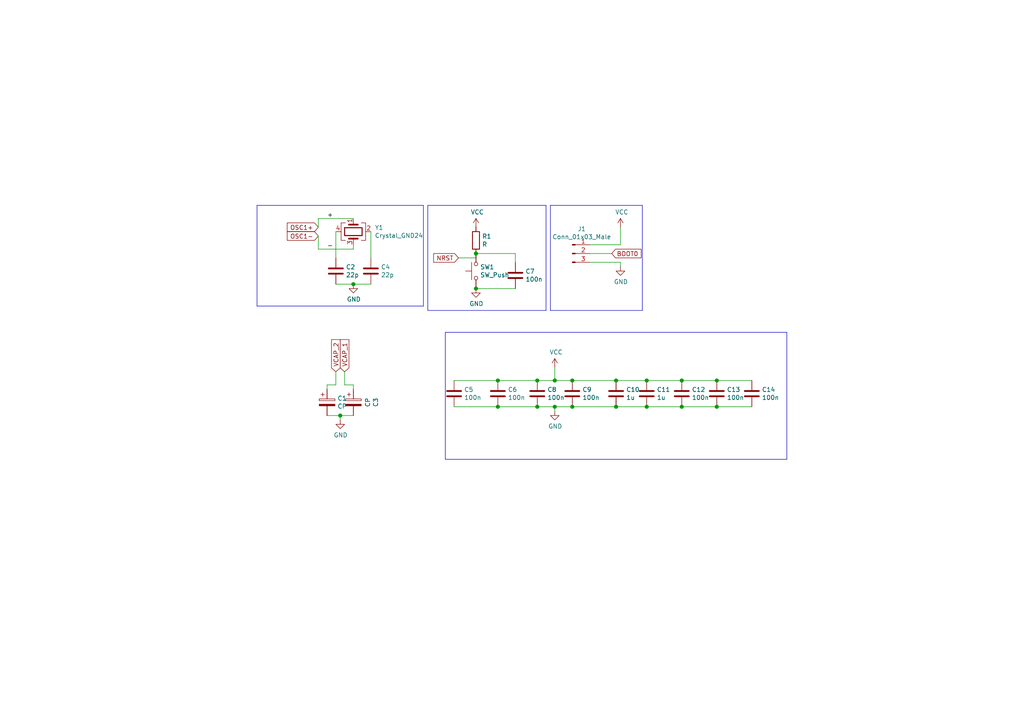
<source format=kicad_sch>
(kicad_sch (version 20200828) (generator eeschema)

  (page 2 11)

  (paper "A4")

  (lib_symbols
    (symbol "Connector:Conn_01x03_Male" (pin_names (offset 1.016) hide) (in_bom yes) (on_board yes)
      (property "Reference" "J" (id 0) (at 0 5.08 0)
        (effects (font (size 1.27 1.27)))
      )
      (property "Value" "Conn_01x03_Male" (id 1) (at 0 -5.08 0)
        (effects (font (size 1.27 1.27)))
      )
      (property "Footprint" "" (id 2) (at 0 0 0)
        (effects (font (size 1.27 1.27)) hide)
      )
      (property "Datasheet" "~" (id 3) (at 0 0 0)
        (effects (font (size 1.27 1.27)) hide)
      )
      (property "ki_keywords" "connector" (id 4) (at 0 0 0)
        (effects (font (size 1.27 1.27)) hide)
      )
      (property "ki_description" "Generic connector, single row, 01x03, script generated (kicad-library-utils/schlib/autogen/connector/)" (id 5) (at 0 0 0)
        (effects (font (size 1.27 1.27)) hide)
      )
      (property "ki_fp_filters" "Connector*:*_1x??_*" (id 6) (at 0 0 0)
        (effects (font (size 1.27 1.27)) hide)
      )
      (symbol "Conn_01x03_Male_1_1"
        (rectangle (start 0.8636 -2.413) (end 0 -2.667)
          (stroke (width 0.1524)) (fill (type outline))
        )
        (rectangle (start 0.8636 0.127) (end 0 -0.127)
          (stroke (width 0.1524)) (fill (type outline))
        )
        (rectangle (start 0.8636 2.667) (end 0 2.413)
          (stroke (width 0.1524)) (fill (type outline))
        )
        (polyline
          (pts
            (xy 1.27 -2.54)
            (xy 0.8636 -2.54)
          )
          (stroke (width 0.1524)) (fill (type none))
        )
        (polyline
          (pts
            (xy 1.27 0)
            (xy 0.8636 0)
          )
          (stroke (width 0.1524)) (fill (type none))
        )
        (polyline
          (pts
            (xy 1.27 2.54)
            (xy 0.8636 2.54)
          )
          (stroke (width 0.1524)) (fill (type none))
        )
        (pin passive line (at 5.08 2.54 180) (length 3.81)
          (name "Pin_1" (effects (font (size 1.27 1.27))))
          (number "1" (effects (font (size 1.27 1.27))))
        )
        (pin passive line (at 5.08 0 180) (length 3.81)
          (name "Pin_2" (effects (font (size 1.27 1.27))))
          (number "2" (effects (font (size 1.27 1.27))))
        )
        (pin passive line (at 5.08 -2.54 180) (length 3.81)
          (name "Pin_3" (effects (font (size 1.27 1.27))))
          (number "3" (effects (font (size 1.27 1.27))))
        )
      )
    )
    (symbol "Device:C" (pin_numbers hide) (pin_names (offset 0.254)) (in_bom yes) (on_board yes)
      (property "Reference" "C" (id 0) (at 0.635 2.54 0)
        (effects (font (size 1.27 1.27)) (justify left))
      )
      (property "Value" "C" (id 1) (at 0.635 -2.54 0)
        (effects (font (size 1.27 1.27)) (justify left))
      )
      (property "Footprint" "" (id 2) (at 0.9652 -3.81 0)
        (effects (font (size 1.27 1.27)) hide)
      )
      (property "Datasheet" "~" (id 3) (at 0 0 0)
        (effects (font (size 1.27 1.27)) hide)
      )
      (property "ki_keywords" "cap capacitor" (id 4) (at 0 0 0)
        (effects (font (size 1.27 1.27)) hide)
      )
      (property "ki_description" "Unpolarized capacitor" (id 5) (at 0 0 0)
        (effects (font (size 1.27 1.27)) hide)
      )
      (property "ki_fp_filters" "C_*" (id 6) (at 0 0 0)
        (effects (font (size 1.27 1.27)) hide)
      )
      (symbol "C_0_1"
        (polyline
          (pts
            (xy -2.032 -0.762)
            (xy 2.032 -0.762)
          )
          (stroke (width 0.508)) (fill (type none))
        )
        (polyline
          (pts
            (xy -2.032 0.762)
            (xy 2.032 0.762)
          )
          (stroke (width 0.508)) (fill (type none))
        )
      )
      (symbol "C_1_1"
        (pin passive line (at 0 3.81 270) (length 2.794)
          (name "~" (effects (font (size 1.27 1.27))))
          (number "1" (effects (font (size 1.27 1.27))))
        )
        (pin passive line (at 0 -3.81 90) (length 2.794)
          (name "~" (effects (font (size 1.27 1.27))))
          (number "2" (effects (font (size 1.27 1.27))))
        )
      )
    )
    (symbol "Device:CP" (pin_numbers hide) (pin_names (offset 0.254)) (in_bom yes) (on_board yes)
      (property "Reference" "C" (id 0) (at 0.635 2.54 0)
        (effects (font (size 1.27 1.27)) (justify left))
      )
      (property "Value" "CP" (id 1) (at 0.635 -2.54 0)
        (effects (font (size 1.27 1.27)) (justify left))
      )
      (property "Footprint" "" (id 2) (at 0.9652 -3.81 0)
        (effects (font (size 1.27 1.27)) hide)
      )
      (property "Datasheet" "~" (id 3) (at 0 0 0)
        (effects (font (size 1.27 1.27)) hide)
      )
      (property "ki_keywords" "cap capacitor" (id 4) (at 0 0 0)
        (effects (font (size 1.27 1.27)) hide)
      )
      (property "ki_description" "Polarized capacitor" (id 5) (at 0 0 0)
        (effects (font (size 1.27 1.27)) hide)
      )
      (property "ki_fp_filters" "CP_*" (id 6) (at 0 0 0)
        (effects (font (size 1.27 1.27)) hide)
      )
      (symbol "CP_0_1"
        (rectangle (start -2.286 0.508) (end 2.286 1.016)
          (stroke (width 0)) (fill (type none))
        )
        (rectangle (start 2.286 -0.508) (end -2.286 -1.016)
          (stroke (width 0)) (fill (type outline))
        )
        (polyline
          (pts
            (xy -1.778 2.286)
            (xy -0.762 2.286)
          )
          (stroke (width 0)) (fill (type none))
        )
        (polyline
          (pts
            (xy -1.27 2.794)
            (xy -1.27 1.778)
          )
          (stroke (width 0)) (fill (type none))
        )
      )
      (symbol "CP_1_1"
        (pin passive line (at 0 3.81 270) (length 2.794)
          (name "~" (effects (font (size 1.27 1.27))))
          (number "1" (effects (font (size 1.27 1.27))))
        )
        (pin passive line (at 0 -3.81 90) (length 2.794)
          (name "~" (effects (font (size 1.27 1.27))))
          (number "2" (effects (font (size 1.27 1.27))))
        )
      )
    )
    (symbol "Device:Crystal_GND24" (pin_names (offset 1.016) hide) (in_bom yes) (on_board yes)
      (property "Reference" "Y" (id 0) (at 3.175 5.08 0)
        (effects (font (size 1.27 1.27)) (justify left))
      )
      (property "Value" "Crystal_GND24" (id 1) (at 3.175 3.175 0)
        (effects (font (size 1.27 1.27)) (justify left))
      )
      (property "Footprint" "" (id 2) (at 0 0 0)
        (effects (font (size 1.27 1.27)) hide)
      )
      (property "Datasheet" "~" (id 3) (at 0 0 0)
        (effects (font (size 1.27 1.27)) hide)
      )
      (property "ki_keywords" "quartz ceramic resonator oscillator" (id 4) (at 0 0 0)
        (effects (font (size 1.27 1.27)) hide)
      )
      (property "ki_description" "Four pin crystal, GND on pins 2 and 4" (id 5) (at 0 0 0)
        (effects (font (size 1.27 1.27)) hide)
      )
      (property "ki_fp_filters" "Crystal*" (id 6) (at 0 0 0)
        (effects (font (size 1.27 1.27)) hide)
      )
      (symbol "Crystal_GND24_0_1"
        (rectangle (start -1.143 2.54) (end 1.143 -2.54)
          (stroke (width 0.3048)) (fill (type none))
        )
        (polyline
          (pts
            (xy -2.54 0)
            (xy -2.032 0)
          )
          (stroke (width 0)) (fill (type none))
        )
        (polyline
          (pts
            (xy -2.032 -1.27)
            (xy -2.032 1.27)
          )
          (stroke (width 0.508)) (fill (type none))
        )
        (polyline
          (pts
            (xy 0 -3.81)
            (xy 0 -3.556)
          )
          (stroke (width 0)) (fill (type none))
        )
        (polyline
          (pts
            (xy 0 3.556)
            (xy 0 3.81)
          )
          (stroke (width 0)) (fill (type none))
        )
        (polyline
          (pts
            (xy 2.032 -1.27)
            (xy 2.032 1.27)
          )
          (stroke (width 0.508)) (fill (type none))
        )
        (polyline
          (pts
            (xy 2.032 0)
            (xy 2.54 0)
          )
          (stroke (width 0)) (fill (type none))
        )
        (polyline
          (pts
            (xy -2.54 -2.286)
            (xy -2.54 -3.556)
            (xy 2.54 -3.556)
            (xy 2.54 -2.286)
          )
          (stroke (width 0)) (fill (type none))
        )
        (polyline
          (pts
            (xy -2.54 2.286)
            (xy -2.54 3.556)
            (xy 2.54 3.556)
            (xy 2.54 2.286)
          )
          (stroke (width 0)) (fill (type none))
        )
      )
      (symbol "Crystal_GND24_1_1"
        (pin passive line (at -3.81 0 0) (length 1.27)
          (name "1" (effects (font (size 1.27 1.27))))
          (number "1" (effects (font (size 1.27 1.27))))
        )
        (pin passive line (at 0 5.08 270) (length 1.27)
          (name "2" (effects (font (size 1.27 1.27))))
          (number "2" (effects (font (size 1.27 1.27))))
        )
        (pin passive line (at 3.81 0 180) (length 1.27)
          (name "3" (effects (font (size 1.27 1.27))))
          (number "3" (effects (font (size 1.27 1.27))))
        )
        (pin passive line (at 0 -5.08 90) (length 1.27)
          (name "4" (effects (font (size 1.27 1.27))))
          (number "4" (effects (font (size 1.27 1.27))))
        )
      )
    )
    (symbol "Device:R" (pin_numbers hide) (pin_names (offset 0)) (in_bom yes) (on_board yes)
      (property "Reference" "R" (id 0) (at 2.032 0 90)
        (effects (font (size 1.27 1.27)))
      )
      (property "Value" "R" (id 1) (at 0 0 90)
        (effects (font (size 1.27 1.27)))
      )
      (property "Footprint" "" (id 2) (at -1.778 0 90)
        (effects (font (size 1.27 1.27)) hide)
      )
      (property "Datasheet" "~" (id 3) (at 0 0 0)
        (effects (font (size 1.27 1.27)) hide)
      )
      (property "ki_keywords" "R res resistor" (id 4) (at 0 0 0)
        (effects (font (size 1.27 1.27)) hide)
      )
      (property "ki_description" "Resistor" (id 5) (at 0 0 0)
        (effects (font (size 1.27 1.27)) hide)
      )
      (property "ki_fp_filters" "R_*" (id 6) (at 0 0 0)
        (effects (font (size 1.27 1.27)) hide)
      )
      (symbol "R_0_1"
        (rectangle (start -1.016 -2.54) (end 1.016 2.54)
          (stroke (width 0.254)) (fill (type none))
        )
      )
      (symbol "R_1_1"
        (pin passive line (at 0 3.81 270) (length 1.27)
          (name "~" (effects (font (size 1.27 1.27))))
          (number "1" (effects (font (size 1.27 1.27))))
        )
        (pin passive line (at 0 -3.81 90) (length 1.27)
          (name "~" (effects (font (size 1.27 1.27))))
          (number "2" (effects (font (size 1.27 1.27))))
        )
      )
    )
    (symbol "Switch:SW_Push" (pin_numbers hide) (pin_names (offset 1.016) hide) (in_bom yes) (on_board yes)
      (property "Reference" "SW" (id 0) (at 1.27 2.54 0)
        (effects (font (size 1.27 1.27)) (justify left))
      )
      (property "Value" "SW_Push" (id 1) (at 0 -1.524 0)
        (effects (font (size 1.27 1.27)))
      )
      (property "Footprint" "" (id 2) (at 0 5.08 0)
        (effects (font (size 1.27 1.27)) hide)
      )
      (property "Datasheet" "~" (id 3) (at 0 5.08 0)
        (effects (font (size 1.27 1.27)) hide)
      )
      (property "ki_keywords" "switch normally-open pushbutton push-button" (id 4) (at 0 0 0)
        (effects (font (size 1.27 1.27)) hide)
      )
      (property "ki_description" "Push button switch, generic, two pins" (id 5) (at 0 0 0)
        (effects (font (size 1.27 1.27)) hide)
      )
      (symbol "SW_Push_0_1"
        (circle (center -2.032 0) (radius 0.508) (stroke (width 0)) (fill (type none)))
        (circle (center 2.032 0) (radius 0.508) (stroke (width 0)) (fill (type none)))
        (polyline
          (pts
            (xy 0 1.27)
            (xy 0 3.048)
          )
          (stroke (width 0)) (fill (type none))
        )
        (polyline
          (pts
            (xy 2.54 1.27)
            (xy -2.54 1.27)
          )
          (stroke (width 0)) (fill (type none))
        )
        (pin passive line (at -5.08 0 0) (length 2.54)
          (name "1" (effects (font (size 1.27 1.27))))
          (number "1" (effects (font (size 1.27 1.27))))
        )
        (pin passive line (at 5.08 0 180) (length 2.54)
          (name "2" (effects (font (size 1.27 1.27))))
          (number "2" (effects (font (size 1.27 1.27))))
        )
      )
    )
    (symbol "power:GND" (power) (pin_names (offset 0)) (in_bom yes) (on_board yes)
      (property "Reference" "#PWR" (id 0) (at 0 -6.35 0)
        (effects (font (size 1.27 1.27)) hide)
      )
      (property "Value" "GND" (id 1) (at 0 -3.81 0)
        (effects (font (size 1.27 1.27)))
      )
      (property "Footprint" "" (id 2) (at 0 0 0)
        (effects (font (size 1.27 1.27)) hide)
      )
      (property "Datasheet" "" (id 3) (at 0 0 0)
        (effects (font (size 1.27 1.27)) hide)
      )
      (property "ki_keywords" "power-flag" (id 4) (at 0 0 0)
        (effects (font (size 1.27 1.27)) hide)
      )
      (property "ki_description" "Power symbol creates a global label with name \"GND\" , ground" (id 5) (at 0 0 0)
        (effects (font (size 1.27 1.27)) hide)
      )
      (symbol "GND_0_1"
        (polyline
          (pts
            (xy 0 0)
            (xy 0 -1.27)
            (xy 1.27 -1.27)
            (xy 0 -2.54)
            (xy -1.27 -1.27)
            (xy 0 -1.27)
          )
          (stroke (width 0)) (fill (type none))
        )
      )
      (symbol "GND_1_1"
        (pin power_in line (at 0 0 270) (length 0) hide
          (name "GND" (effects (font (size 1.27 1.27))))
          (number "1" (effects (font (size 1.27 1.27))))
        )
      )
    )
    (symbol "power:VCC" (power) (pin_names (offset 0)) (in_bom yes) (on_board yes)
      (property "Reference" "#PWR" (id 0) (at 0 -3.81 0)
        (effects (font (size 1.27 1.27)) hide)
      )
      (property "Value" "VCC" (id 1) (at 0 3.81 0)
        (effects (font (size 1.27 1.27)))
      )
      (property "Footprint" "" (id 2) (at 0 0 0)
        (effects (font (size 1.27 1.27)) hide)
      )
      (property "Datasheet" "" (id 3) (at 0 0 0)
        (effects (font (size 1.27 1.27)) hide)
      )
      (property "ki_keywords" "power-flag" (id 4) (at 0 0 0)
        (effects (font (size 1.27 1.27)) hide)
      )
      (property "ki_description" "Power symbol creates a global label with name \"VCC\"" (id 5) (at 0 0 0)
        (effects (font (size 1.27 1.27)) hide)
      )
      (symbol "VCC_0_1"
        (polyline
          (pts
            (xy -0.762 1.27)
            (xy 0 2.54)
          )
          (stroke (width 0)) (fill (type none))
        )
        (polyline
          (pts
            (xy 0 0)
            (xy 0 2.54)
          )
          (stroke (width 0)) (fill (type none))
        )
        (polyline
          (pts
            (xy 0 2.54)
            (xy 0.762 1.27)
          )
          (stroke (width 0)) (fill (type none))
        )
      )
      (symbol "VCC_1_1"
        (pin power_in line (at 0 0 90) (length 0) hide
          (name "VCC" (effects (font (size 1.27 1.27))))
          (number "1" (effects (font (size 1.27 1.27))))
        )
      )
    )
  )

  (junction (at 98.679 120.523) (diameter 1.016) (color 0 0 0 0))
  (junction (at 102.489 82.423) (diameter 1.016) (color 0 0 0 0))
  (junction (at 138.049 73.533) (diameter 1.016) (color 0 0 0 0))
  (junction (at 138.049 83.693) (diameter 1.016) (color 0 0 0 0))
  (junction (at 144.399 110.363) (diameter 1.016) (color 0 0 0 0))
  (junction (at 144.399 117.983) (diameter 1.016) (color 0 0 0 0))
  (junction (at 155.829 110.363) (diameter 1.016) (color 0 0 0 0))
  (junction (at 155.829 117.983) (diameter 1.016) (color 0 0 0 0))
  (junction (at 160.909 110.363) (diameter 1.016) (color 0 0 0 0))
  (junction (at 160.909 117.983) (diameter 1.016) (color 0 0 0 0))
  (junction (at 165.989 110.363) (diameter 1.016) (color 0 0 0 0))
  (junction (at 165.989 117.983) (diameter 1.016) (color 0 0 0 0))
  (junction (at 178.689 110.363) (diameter 1.016) (color 0 0 0 0))
  (junction (at 178.689 117.983) (diameter 1.016) (color 0 0 0 0))
  (junction (at 187.579 110.363) (diameter 1.016) (color 0 0 0 0))
  (junction (at 187.579 117.983) (diameter 1.016) (color 0 0 0 0))
  (junction (at 197.739 110.363) (diameter 1.016) (color 0 0 0 0))
  (junction (at 197.739 117.983) (diameter 1.016) (color 0 0 0 0))
  (junction (at 207.899 110.363) (diameter 1.016) (color 0 0 0 0))
  (junction (at 207.899 117.983) (diameter 1.016) (color 0 0 0 0))

  (wire (pts (xy 92.329 63.373) (xy 102.489 63.373))
    (stroke (width 0) (type solid) (color 0 0 0 0))
  )
  (wire (pts (xy 92.329 65.913) (xy 92.329 63.373))
    (stroke (width 0) (type solid) (color 0 0 0 0))
  )
  (wire (pts (xy 92.329 68.453) (xy 92.329 72.263))
    (stroke (width 0) (type solid) (color 0 0 0 0))
  )
  (wire (pts (xy 92.329 72.263) (xy 102.489 72.263))
    (stroke (width 0) (type solid) (color 0 0 0 0))
  )
  (wire (pts (xy 94.869 111.633) (xy 97.409 111.633))
    (stroke (width 0) (type solid) (color 0 0 0 0))
  )
  (wire (pts (xy 94.869 112.903) (xy 94.869 111.633))
    (stroke (width 0) (type solid) (color 0 0 0 0))
  )
  (wire (pts (xy 94.869 120.523) (xy 98.679 120.523))
    (stroke (width 0) (type solid) (color 0 0 0 0))
  )
  (wire (pts (xy 97.409 67.183) (xy 97.409 74.803))
    (stroke (width 0) (type solid) (color 0 0 0 0))
  )
  (wire (pts (xy 97.409 82.423) (xy 102.489 82.423))
    (stroke (width 0) (type solid) (color 0 0 0 0))
  )
  (wire (pts (xy 97.409 107.823) (xy 97.409 111.633))
    (stroke (width 0) (type solid) (color 0 0 0 0))
  )
  (wire (pts (xy 98.679 120.523) (xy 102.489 120.523))
    (stroke (width 0) (type solid) (color 0 0 0 0))
  )
  (wire (pts (xy 98.679 121.793) (xy 98.679 120.523))
    (stroke (width 0) (type solid) (color 0 0 0 0))
  )
  (wire (pts (xy 99.949 107.823) (xy 99.949 111.633))
    (stroke (width 0) (type solid) (color 0 0 0 0))
  )
  (wire (pts (xy 102.489 72.263) (xy 102.489 70.993))
    (stroke (width 0) (type solid) (color 0 0 0 0))
  )
  (wire (pts (xy 102.489 82.423) (xy 107.569 82.423))
    (stroke (width 0) (type solid) (color 0 0 0 0))
  )
  (wire (pts (xy 102.489 111.633) (xy 99.949 111.633))
    (stroke (width 0) (type solid) (color 0 0 0 0))
  )
  (wire (pts (xy 102.489 112.903) (xy 102.489 111.633))
    (stroke (width 0) (type solid) (color 0 0 0 0))
  )
  (wire (pts (xy 107.569 74.803) (xy 107.569 67.183))
    (stroke (width 0) (type solid) (color 0 0 0 0))
  )
  (wire (pts (xy 131.699 110.363) (xy 144.399 110.363))
    (stroke (width 0) (type solid) (color 0 0 0 0))
  )
  (wire (pts (xy 132.969 74.803) (xy 138.049 74.803))
    (stroke (width 0) (type solid) (color 0 0 0 0))
  )
  (wire (pts (xy 138.049 74.803) (xy 138.049 73.533))
    (stroke (width 0) (type solid) (color 0 0 0 0))
  )
  (wire (pts (xy 138.049 83.693) (xy 149.479 83.693))
    (stroke (width 0) (type solid) (color 0 0 0 0))
  )
  (wire (pts (xy 144.399 110.363) (xy 155.829 110.363))
    (stroke (width 0) (type solid) (color 0 0 0 0))
  )
  (wire (pts (xy 144.399 117.983) (xy 131.699 117.983))
    (stroke (width 0) (type solid) (color 0 0 0 0))
  )
  (wire (pts (xy 149.479 73.533) (xy 138.049 73.533))
    (stroke (width 0) (type solid) (color 0 0 0 0))
  )
  (wire (pts (xy 149.479 76.073) (xy 149.479 73.533))
    (stroke (width 0) (type solid) (color 0 0 0 0))
  )
  (wire (pts (xy 155.829 110.363) (xy 160.909 110.363))
    (stroke (width 0) (type solid) (color 0 0 0 0))
  )
  (wire (pts (xy 155.829 117.983) (xy 144.399 117.983))
    (stroke (width 0) (type solid) (color 0 0 0 0))
  )
  (wire (pts (xy 160.909 110.363) (xy 160.909 106.553))
    (stroke (width 0) (type solid) (color 0 0 0 0))
  )
  (wire (pts (xy 160.909 110.363) (xy 165.989 110.363))
    (stroke (width 0) (type solid) (color 0 0 0 0))
  )
  (wire (pts (xy 160.909 117.983) (xy 155.829 117.983))
    (stroke (width 0) (type solid) (color 0 0 0 0))
  )
  (wire (pts (xy 160.909 119.253) (xy 160.909 117.983))
    (stroke (width 0) (type solid) (color 0 0 0 0))
  )
  (wire (pts (xy 165.989 110.363) (xy 178.689 110.363))
    (stroke (width 0) (type solid) (color 0 0 0 0))
  )
  (wire (pts (xy 165.989 117.983) (xy 160.909 117.983))
    (stroke (width 0) (type solid) (color 0 0 0 0))
  )
  (wire (pts (xy 171.069 70.993) (xy 179.959 70.993))
    (stroke (width 0) (type solid) (color 0 0 0 0))
  )
  (wire (pts (xy 171.069 73.533) (xy 177.419 73.533))
    (stroke (width 0) (type solid) (color 0 0 0 0))
  )
  (wire (pts (xy 171.069 76.073) (xy 179.959 76.073))
    (stroke (width 0) (type solid) (color 0 0 0 0))
  )
  (wire (pts (xy 178.689 110.363) (xy 187.579 110.363))
    (stroke (width 0) (type solid) (color 0 0 0 0))
  )
  (wire (pts (xy 178.689 117.983) (xy 165.989 117.983))
    (stroke (width 0) (type solid) (color 0 0 0 0))
  )
  (wire (pts (xy 179.959 70.993) (xy 179.959 65.913))
    (stroke (width 0) (type solid) (color 0 0 0 0))
  )
  (wire (pts (xy 179.959 76.073) (xy 179.959 77.343))
    (stroke (width 0) (type solid) (color 0 0 0 0))
  )
  (wire (pts (xy 187.579 110.363) (xy 197.739 110.363))
    (stroke (width 0) (type solid) (color 0 0 0 0))
  )
  (wire (pts (xy 187.579 117.983) (xy 178.689 117.983))
    (stroke (width 0) (type solid) (color 0 0 0 0))
  )
  (wire (pts (xy 197.739 110.363) (xy 207.899 110.363))
    (stroke (width 0) (type solid) (color 0 0 0 0))
  )
  (wire (pts (xy 197.739 117.983) (xy 187.579 117.983))
    (stroke (width 0) (type solid) (color 0 0 0 0))
  )
  (wire (pts (xy 207.899 110.363) (xy 218.059 110.363))
    (stroke (width 0) (type solid) (color 0 0 0 0))
  )
  (wire (pts (xy 207.899 117.983) (xy 197.739 117.983))
    (stroke (width 0) (type solid) (color 0 0 0 0))
  )
  (wire (pts (xy 218.059 117.983) (xy 207.899 117.983))
    (stroke (width 0) (type solid) (color 0 0 0 0))
  )
  (polyline (pts (xy 74.549 59.563) (xy 122.809 59.563))
    (stroke (width 0) (type solid) (color 0 0 0 0))
  )
  (polyline (pts (xy 74.549 88.773) (xy 74.549 59.563))
    (stroke (width 0) (type solid) (color 0 0 0 0))
  )
  (polyline (pts (xy 122.809 59.563) (xy 122.809 88.773))
    (stroke (width 0) (type solid) (color 0 0 0 0))
  )
  (polyline (pts (xy 122.809 88.773) (xy 74.549 88.773))
    (stroke (width 0) (type solid) (color 0 0 0 0))
  )
  (polyline (pts (xy 124.079 59.563) (xy 158.369 59.563))
    (stroke (width 0) (type solid) (color 0 0 0 0))
  )
  (polyline (pts (xy 124.079 90.043) (xy 124.079 59.563))
    (stroke (width 0) (type solid) (color 0 0 0 0))
  )
  (polyline (pts (xy 129.159 96.393) (xy 129.159 133.223))
    (stroke (width 0) (type solid) (color 0 0 0 0))
  )
  (polyline (pts (xy 129.159 96.393) (xy 228.219 96.393))
    (stroke (width 0) (type solid) (color 0 0 0 0))
  )
  (polyline (pts (xy 129.159 133.223) (xy 228.219 133.223))
    (stroke (width 0) (type solid) (color 0 0 0 0))
  )
  (polyline (pts (xy 158.369 59.563) (xy 158.369 90.043))
    (stroke (width 0) (type solid) (color 0 0 0 0))
  )
  (polyline (pts (xy 158.369 90.043) (xy 124.079 90.043))
    (stroke (width 0) (type solid) (color 0 0 0 0))
  )
  (polyline (pts (xy 159.639 59.563) (xy 159.639 90.043))
    (stroke (width 0) (type solid) (color 0 0 0 0))
  )
  (polyline (pts (xy 159.639 90.043) (xy 186.309 90.043))
    (stroke (width 0) (type solid) (color 0 0 0 0))
  )
  (polyline (pts (xy 186.309 59.563) (xy 159.639 59.563))
    (stroke (width 0) (type solid) (color 0 0 0 0))
  )
  (polyline (pts (xy 186.309 90.043) (xy 186.309 59.563))
    (stroke (width 0) (type solid) (color 0 0 0 0))
  )
  (polyline (pts (xy 228.219 133.223) (xy 228.219 96.393))
    (stroke (width 0) (type solid) (color 0 0 0 0))
  )

  (label "+" (at 94.869 63.373 0)
    (effects (font (size 1.27 1.27)) (justify left bottom))
  )
  (label "-" (at 94.869 72.263 0)
    (effects (font (size 1.27 1.27)) (justify left bottom))
  )

  (global_label "OSC1+" (shape input) (at 92.329 65.913 180)
    (effects (font (size 1.27 1.27)) (justify right))
  )
  (global_label "OSC1-" (shape input) (at 92.329 68.453 180)
    (effects (font (size 1.27 1.27)) (justify right))
  )
  (global_label "VCAP_2" (shape input) (at 97.409 107.823 90)
    (effects (font (size 1.27 1.27)) (justify left))
  )
  (global_label "VCAP_1" (shape input) (at 99.949 107.823 90)
    (effects (font (size 1.27 1.27)) (justify left))
  )
  (global_label "NRST" (shape input) (at 132.969 74.803 180)
    (effects (font (size 1.27 1.27)) (justify right))
  )
  (global_label "BOOT0" (shape input) (at 177.419 73.533 0)
    (effects (font (size 1.27 1.27)) (justify left))
  )

  (symbol (lib_id "power:VCC") (at 138.049 65.913 0) (unit 1)
    (in_bom yes) (on_board yes)
    (uuid "6e614b27-a8f7-4851-8ed2-c7141f1ab1c9")
    (property "Reference" "#PWR0106" (id 0) (at 138.049 69.723 0)
      (effects (font (size 1.27 1.27)) hide)
    )
    (property "Value" "VCC" (id 1) (at 138.43 61.5188 0))
    (property "Footprint" "" (id 2) (at 138.049 65.913 0)
      (effects (font (size 1.27 1.27)) hide)
    )
    (property "Datasheet" "" (id 3) (at 138.049 65.913 0)
      (effects (font (size 1.27 1.27)) hide)
    )
  )

  (symbol (lib_id "power:VCC") (at 160.909 106.553 0) (unit 1)
    (in_bom yes) (on_board yes)
    (uuid "37aff8c2-16bb-49f1-8e6b-b41dfd085593")
    (property "Reference" "#PWR0107" (id 0) (at 160.909 110.363 0)
      (effects (font (size 1.27 1.27)) hide)
    )
    (property "Value" "VCC" (id 1) (at 161.29 102.1588 0))
    (property "Footprint" "" (id 2) (at 160.909 106.553 0)
      (effects (font (size 1.27 1.27)) hide)
    )
    (property "Datasheet" "" (id 3) (at 160.909 106.553 0)
      (effects (font (size 1.27 1.27)) hide)
    )
  )

  (symbol (lib_id "power:VCC") (at 179.959 65.913 0) (unit 1)
    (in_bom yes) (on_board yes)
    (uuid "f210de32-d08c-4702-953b-fc4fb22b89fd")
    (property "Reference" "#PWR0110" (id 0) (at 179.959 69.723 0)
      (effects (font (size 1.27 1.27)) hide)
    )
    (property "Value" "VCC" (id 1) (at 180.34 61.5188 0))
    (property "Footprint" "" (id 2) (at 179.959 65.913 0)
      (effects (font (size 1.27 1.27)) hide)
    )
    (property "Datasheet" "" (id 3) (at 179.959 65.913 0)
      (effects (font (size 1.27 1.27)) hide)
    )
  )

  (symbol (lib_id "power:GND") (at 98.679 121.793 0) (unit 1)
    (in_bom yes) (on_board yes)
    (uuid "bdd22ec4-409d-4b46-8c11-ba874cf19ae1")
    (property "Reference" "#PWR0103" (id 0) (at 98.679 128.143 0)
      (effects (font (size 1.27 1.27)) hide)
    )
    (property "Value" "GND" (id 1) (at 98.806 126.1872 0))
    (property "Footprint" "" (id 2) (at 98.679 121.793 0)
      (effects (font (size 1.27 1.27)) hide)
    )
    (property "Datasheet" "" (id 3) (at 98.679 121.793 0)
      (effects (font (size 1.27 1.27)) hide)
    )
  )

  (symbol (lib_id "power:GND") (at 102.489 82.423 0) (unit 1)
    (in_bom yes) (on_board yes)
    (uuid "fe2dc6bb-98f7-477a-9f57-041601451a79")
    (property "Reference" "#PWR0104" (id 0) (at 102.489 88.773 0)
      (effects (font (size 1.27 1.27)) hide)
    )
    (property "Value" "GND" (id 1) (at 102.616 86.8172 0))
    (property "Footprint" "" (id 2) (at 102.489 82.423 0)
      (effects (font (size 1.27 1.27)) hide)
    )
    (property "Datasheet" "" (id 3) (at 102.489 82.423 0)
      (effects (font (size 1.27 1.27)) hide)
    )
  )

  (symbol (lib_id "power:GND") (at 138.049 83.693 0) (unit 1)
    (in_bom yes) (on_board yes)
    (uuid "45a7f3ab-964f-45ff-8584-2798703804dc")
    (property "Reference" "#PWR0105" (id 0) (at 138.049 90.043 0)
      (effects (font (size 1.27 1.27)) hide)
    )
    (property "Value" "GND" (id 1) (at 138.176 88.0872 0))
    (property "Footprint" "" (id 2) (at 138.049 83.693 0)
      (effects (font (size 1.27 1.27)) hide)
    )
    (property "Datasheet" "" (id 3) (at 138.049 83.693 0)
      (effects (font (size 1.27 1.27)) hide)
    )
  )

  (symbol (lib_id "power:GND") (at 160.909 119.253 0) (unit 1)
    (in_bom yes) (on_board yes)
    (uuid "4b55d467-f39b-464d-a9fd-2a576f9967b5")
    (property "Reference" "#PWR0108" (id 0) (at 160.909 125.603 0)
      (effects (font (size 1.27 1.27)) hide)
    )
    (property "Value" "GND" (id 1) (at 161.036 123.6472 0))
    (property "Footprint" "" (id 2) (at 160.909 119.253 0)
      (effects (font (size 1.27 1.27)) hide)
    )
    (property "Datasheet" "" (id 3) (at 160.909 119.253 0)
      (effects (font (size 1.27 1.27)) hide)
    )
  )

  (symbol (lib_id "power:GND") (at 179.959 77.343 0) (unit 1)
    (in_bom yes) (on_board yes)
    (uuid "0d1d59a1-aefc-46cd-83d6-479052a8fa78")
    (property "Reference" "#PWR0109" (id 0) (at 179.959 83.693 0)
      (effects (font (size 1.27 1.27)) hide)
    )
    (property "Value" "GND" (id 1) (at 180.086 81.7372 0))
    (property "Footprint" "" (id 2) (at 179.959 77.343 0)
      (effects (font (size 1.27 1.27)) hide)
    )
    (property "Datasheet" "" (id 3) (at 179.959 77.343 0)
      (effects (font (size 1.27 1.27)) hide)
    )
  )

  (symbol (lib_id "Device:R") (at 138.049 69.723 0) (unit 1)
    (in_bom yes) (on_board yes)
    (uuid "81d8660b-621f-49a8-9135-7ddb3373547d")
    (property "Reference" "R1" (id 0) (at 139.827 68.5546 0)
      (effects (font (size 1.27 1.27)) (justify left))
    )
    (property "Value" "R" (id 1) (at 139.827 70.866 0)
      (effects (font (size 1.27 1.27)) (justify left))
    )
    (property "Footprint" "Resistor_SMD:R_0603_1608Metric" (id 2) (at 136.271 69.723 90)
      (effects (font (size 1.27 1.27)) hide)
    )
    (property "Datasheet" "~" (id 3) (at 138.049 69.723 0)
      (effects (font (size 1.27 1.27)) hide)
    )
  )

  (symbol (lib_id "Device:CP") (at 94.869 116.713 0) (unit 1)
    (in_bom yes) (on_board yes)
    (uuid "fae41293-9280-424c-8f22-4e1dc858ffea")
    (property "Reference" "C1" (id 0) (at 97.8662 115.5446 0)
      (effects (font (size 1.27 1.27)) (justify left))
    )
    (property "Value" "CP" (id 1) (at 97.8662 117.856 0)
      (effects (font (size 1.27 1.27)) (justify left))
    )
    (property "Footprint" "Capacitor_SMD:C_0805_2012Metric_Pad1.15x1.40mm_HandSolder" (id 2) (at 95.8342 120.523 0)
      (effects (font (size 1.27 1.27)) hide)
    )
    (property "Datasheet" "~" (id 3) (at 94.869 116.713 0)
      (effects (font (size 1.27 1.27)) hide)
    )
  )

  (symbol (lib_id "Device:C") (at 97.409 78.613 0) (unit 1)
    (in_bom yes) (on_board yes)
    (uuid "df67caf9-9ee9-4c40-ba0b-4e1b1be45a84")
    (property "Reference" "C2" (id 0) (at 100.33 77.4446 0)
      (effects (font (size 1.27 1.27)) (justify left))
    )
    (property "Value" "22p" (id 1) (at 100.33 79.756 0)
      (effects (font (size 1.27 1.27)) (justify left))
    )
    (property "Footprint" "Capacitor_SMD:C_0402_1005Metric" (id 2) (at 98.3742 82.423 0)
      (effects (font (size 1.27 1.27)) hide)
    )
    (property "Datasheet" "~" (id 3) (at 97.409 78.613 0)
      (effects (font (size 1.27 1.27)) hide)
    )
  )

  (symbol (lib_id "Device:CP") (at 102.489 116.713 0) (unit 1)
    (in_bom yes) (on_board yes)
    (uuid "9dfebceb-d312-4fa8-abf0-7e514e187e5e")
    (property "Reference" "C3" (id 0) (at 108.966 116.713 90))
    (property "Value" "CP" (id 1) (at 106.6546 116.713 90))
    (property "Footprint" "Capacitor_SMD:C_0805_2012Metric" (id 2) (at 103.4542 120.523 0)
      (effects (font (size 1.27 1.27)) hide)
    )
    (property "Datasheet" "~" (id 3) (at 102.489 116.713 0)
      (effects (font (size 1.27 1.27)) hide)
    )
  )

  (symbol (lib_id "Device:C") (at 107.569 78.613 0) (unit 1)
    (in_bom yes) (on_board yes)
    (uuid "be2c1639-8bb5-48b6-912e-2eff0d7b2015")
    (property "Reference" "C4" (id 0) (at 110.49 77.4446 0)
      (effects (font (size 1.27 1.27)) (justify left))
    )
    (property "Value" "22p" (id 1) (at 110.49 79.756 0)
      (effects (font (size 1.27 1.27)) (justify left))
    )
    (property "Footprint" "Capacitor_SMD:C_0402_1005Metric" (id 2) (at 108.5342 82.423 0)
      (effects (font (size 1.27 1.27)) hide)
    )
    (property "Datasheet" "~" (id 3) (at 107.569 78.613 0)
      (effects (font (size 1.27 1.27)) hide)
    )
  )

  (symbol (lib_id "Device:C") (at 131.699 114.173 0) (unit 1)
    (in_bom yes) (on_board yes)
    (uuid "a66f23e0-8820-4f8c-9815-fa4d2f5598d7")
    (property "Reference" "C5" (id 0) (at 134.62 113.0046 0)
      (effects (font (size 1.27 1.27)) (justify left))
    )
    (property "Value" "100n" (id 1) (at 134.62 115.316 0)
      (effects (font (size 1.27 1.27)) (justify left))
    )
    (property "Footprint" "Capacitor_SMD:C_0402_1005Metric" (id 2) (at 132.6642 117.983 0)
      (effects (font (size 1.27 1.27)) hide)
    )
    (property "Datasheet" "~" (id 3) (at 131.699 114.173 0)
      (effects (font (size 1.27 1.27)) hide)
    )
  )

  (symbol (lib_id "Device:C") (at 144.399 114.173 0) (unit 1)
    (in_bom yes) (on_board yes)
    (uuid "20a22f26-7744-4d4b-a0c2-85ed7dae2f42")
    (property "Reference" "C6" (id 0) (at 147.32 113.0046 0)
      (effects (font (size 1.27 1.27)) (justify left))
    )
    (property "Value" "100n" (id 1) (at 147.32 115.316 0)
      (effects (font (size 1.27 1.27)) (justify left))
    )
    (property "Footprint" "Capacitor_SMD:C_0402_1005Metric" (id 2) (at 145.3642 117.983 0)
      (effects (font (size 1.27 1.27)) hide)
    )
    (property "Datasheet" "~" (id 3) (at 144.399 114.173 0)
      (effects (font (size 1.27 1.27)) hide)
    )
  )

  (symbol (lib_id "Device:C") (at 149.479 79.883 0) (unit 1)
    (in_bom yes) (on_board yes)
    (uuid "a8a33f7e-d3a4-4425-8a63-a7ecc5fb2729")
    (property "Reference" "C7" (id 0) (at 152.4 78.7146 0)
      (effects (font (size 1.27 1.27)) (justify left))
    )
    (property "Value" "100n" (id 1) (at 152.4 81.026 0)
      (effects (font (size 1.27 1.27)) (justify left))
    )
    (property "Footprint" "Capacitor_SMD:C_0603_1608Metric" (id 2) (at 150.4442 83.693 0)
      (effects (font (size 1.27 1.27)) hide)
    )
    (property "Datasheet" "~" (id 3) (at 149.479 79.883 0)
      (effects (font (size 1.27 1.27)) hide)
    )
  )

  (symbol (lib_id "Device:C") (at 155.829 114.173 0) (unit 1)
    (in_bom yes) (on_board yes)
    (uuid "bfaeccdc-d101-4460-bffe-b4fe08326485")
    (property "Reference" "C8" (id 0) (at 158.75 113.0046 0)
      (effects (font (size 1.27 1.27)) (justify left))
    )
    (property "Value" "100n" (id 1) (at 158.75 115.316 0)
      (effects (font (size 1.27 1.27)) (justify left))
    )
    (property "Footprint" "Capacitor_SMD:C_0402_1005Metric" (id 2) (at 156.7942 117.983 0)
      (effects (font (size 1.27 1.27)) hide)
    )
    (property "Datasheet" "~" (id 3) (at 155.829 114.173 0)
      (effects (font (size 1.27 1.27)) hide)
    )
  )

  (symbol (lib_id "Device:C") (at 165.989 114.173 0) (unit 1)
    (in_bom yes) (on_board yes)
    (uuid "14e15403-504c-4b88-aab4-6d2be6deb694")
    (property "Reference" "C9" (id 0) (at 168.91 113.0046 0)
      (effects (font (size 1.27 1.27)) (justify left))
    )
    (property "Value" "100n" (id 1) (at 168.91 115.316 0)
      (effects (font (size 1.27 1.27)) (justify left))
    )
    (property "Footprint" "Capacitor_SMD:C_0402_1005Metric" (id 2) (at 166.9542 117.983 0)
      (effects (font (size 1.27 1.27)) hide)
    )
    (property "Datasheet" "~" (id 3) (at 165.989 114.173 0)
      (effects (font (size 1.27 1.27)) hide)
    )
  )

  (symbol (lib_id "Device:C") (at 178.689 114.173 0) (unit 1)
    (in_bom yes) (on_board yes)
    (uuid "6fde450d-4d1d-48f8-a3a8-f42be83b9a3c")
    (property "Reference" "C10" (id 0) (at 181.61 113.0046 0)
      (effects (font (size 1.27 1.27)) (justify left))
    )
    (property "Value" "1u" (id 1) (at 181.61 115.316 0)
      (effects (font (size 1.27 1.27)) (justify left))
    )
    (property "Footprint" "Capacitor_SMD:C_0402_1005Metric" (id 2) (at 179.6542 117.983 0)
      (effects (font (size 1.27 1.27)) hide)
    )
    (property "Datasheet" "~" (id 3) (at 178.689 114.173 0)
      (effects (font (size 1.27 1.27)) hide)
    )
  )

  (symbol (lib_id "Device:C") (at 187.579 114.173 0) (unit 1)
    (in_bom yes) (on_board yes)
    (uuid "b3100d21-b7aa-4044-81f3-b24d94dab78d")
    (property "Reference" "C11" (id 0) (at 190.5 113.0046 0)
      (effects (font (size 1.27 1.27)) (justify left))
    )
    (property "Value" "1u" (id 1) (at 190.5 115.316 0)
      (effects (font (size 1.27 1.27)) (justify left))
    )
    (property "Footprint" "Capacitor_SMD:C_0805_2012Metric" (id 2) (at 188.5442 117.983 0)
      (effects (font (size 1.27 1.27)) hide)
    )
    (property "Datasheet" "~" (id 3) (at 187.579 114.173 0)
      (effects (font (size 1.27 1.27)) hide)
    )
  )

  (symbol (lib_id "Device:C") (at 197.739 114.173 0) (unit 1)
    (in_bom yes) (on_board yes)
    (uuid "2f72a018-9a77-4c90-914f-de67169a395f")
    (property "Reference" "C12" (id 0) (at 200.66 113.0046 0)
      (effects (font (size 1.27 1.27)) (justify left))
    )
    (property "Value" "100n" (id 1) (at 200.66 115.316 0)
      (effects (font (size 1.27 1.27)) (justify left))
    )
    (property "Footprint" "Capacitor_SMD:C_0402_1005Metric" (id 2) (at 198.7042 117.983 0)
      (effects (font (size 1.27 1.27)) hide)
    )
    (property "Datasheet" "~" (id 3) (at 197.739 114.173 0)
      (effects (font (size 1.27 1.27)) hide)
    )
  )

  (symbol (lib_id "Device:C") (at 207.899 114.173 0) (unit 1)
    (in_bom yes) (on_board yes)
    (uuid "be07447d-e496-4e57-94c0-83c8b0c322cd")
    (property "Reference" "C13" (id 0) (at 210.82 113.0046 0)
      (effects (font (size 1.27 1.27)) (justify left))
    )
    (property "Value" "100n" (id 1) (at 210.82 115.316 0)
      (effects (font (size 1.27 1.27)) (justify left))
    )
    (property "Footprint" "Capacitor_SMD:C_0402_1005Metric" (id 2) (at 208.8642 117.983 0)
      (effects (font (size 1.27 1.27)) hide)
    )
    (property "Datasheet" "~" (id 3) (at 207.899 114.173 0)
      (effects (font (size 1.27 1.27)) hide)
    )
  )

  (symbol (lib_id "Device:C") (at 218.059 114.173 0) (unit 1)
    (in_bom yes) (on_board yes)
    (uuid "339eec31-30ba-4e8b-9c53-774c33a16022")
    (property "Reference" "C14" (id 0) (at 220.98 113.0046 0)
      (effects (font (size 1.27 1.27)) (justify left))
    )
    (property "Value" "100n" (id 1) (at 220.98 115.316 0)
      (effects (font (size 1.27 1.27)) (justify left))
    )
    (property "Footprint" "Capacitor_SMD:C_0402_1005Metric" (id 2) (at 219.0242 117.983 0)
      (effects (font (size 1.27 1.27)) hide)
    )
    (property "Datasheet" "~" (id 3) (at 218.059 114.173 0)
      (effects (font (size 1.27 1.27)) hide)
    )
  )

  (symbol (lib_id "Connector:Conn_01x03_Male") (at 165.989 73.533 0) (unit 1)
    (in_bom yes) (on_board yes)
    (uuid "ac164d98-ed3c-4573-adbd-f8c5ec41ad2e")
    (property "Reference" "J1" (id 0) (at 168.7322 66.3956 0))
    (property "Value" "Conn_01x03_Male" (id 1) (at 168.7322 68.707 0))
    (property "Footprint" "Connector_PinHeader_2.54mm:PinHeader_1x03_P2.54mm_Vertical_SMD_Pin1Left" (id 2) (at 165.989 73.533 0)
      (effects (font (size 1.27 1.27)) hide)
    )
    (property "Datasheet" "~" (id 3) (at 165.989 73.533 0)
      (effects (font (size 1.27 1.27)) hide)
    )
  )

  (symbol (lib_id "Switch:SW_Push") (at 138.049 78.613 90) (unit 1)
    (in_bom yes) (on_board yes)
    (uuid "f50b3563-19f8-44e9-a308-9f0915af949e")
    (property "Reference" "SW1" (id 0) (at 139.2682 77.4446 90)
      (effects (font (size 1.27 1.27)) (justify right))
    )
    (property "Value" "SW_Push" (id 1) (at 139.2682 79.756 90)
      (effects (font (size 1.27 1.27)) (justify right))
    )
    (property "Footprint" "Button_Switch_SMD:SW_SPST_EVPBF" (id 2) (at 132.969 78.613 0)
      (effects (font (size 1.27 1.27)) hide)
    )
    (property "Datasheet" "~" (id 3) (at 132.969 78.613 0)
      (effects (font (size 1.27 1.27)) hide)
    )
  )

  (symbol (lib_id "Device:Crystal_GND24") (at 102.489 67.183 270) (unit 1)
    (in_bom yes) (on_board yes)
    (uuid "abed0c72-3759-402c-baf4-6bbc7ec48cca")
    (property "Reference" "Y1" (id 0) (at 108.6866 66.0146 90)
      (effects (font (size 1.27 1.27)) (justify left))
    )
    (property "Value" "Crystal_GND24" (id 1) (at 108.6866 68.326 90)
      (effects (font (size 1.27 1.27)) (justify left))
    )
    (property "Footprint" "Crystal:Crystal_SMD_3225-4Pin_3.2x2.5mm" (id 2) (at 102.489 67.183 0)
      (effects (font (size 1.27 1.27)) hide)
    )
    (property "Datasheet" "~" (id 3) (at 102.489 67.183 0)
      (effects (font (size 1.27 1.27)) hide)
    )
  )
)

</source>
